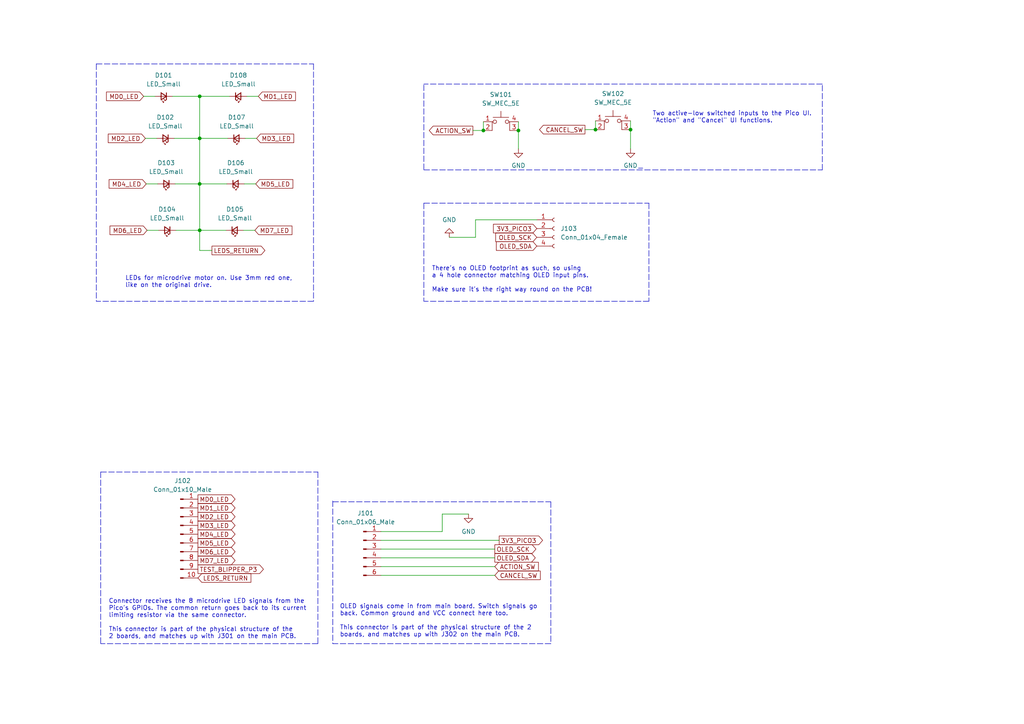
<source format=kicad_sch>
(kicad_sch (version 20211123) (generator eeschema)
  (paper "A4")
  (title_block (title "User Interface Daughterboard") (date "2023-06-19") (rev "v1.0WIP"))
  (lib_symbols
    (symbol "Connector:Conn_01x04_Female" (pin_names (offset 1.016) hide)
      (property "Reference" "J" (at 0 5.08 0))
      (property "Value" "Conn_01x04_Female" (at 0 -7.62 0))
      (symbol "Conn_01x04_Female_1_1"
        (arc (start 0 -4.572) (mid -0.508 -5.08) (end 0 -5.588) (stroke (width 0.1524)))
        (arc (start 0 -2.032) (mid -0.508 -2.54) (end 0 -3.048) (stroke (width 0.1524)))
        (polyline (pts (xy -1.27 -5.08) (xy -0.508 -5.08)) (stroke (width 0.1524)))
        (polyline (pts (xy -1.27 -2.54) (xy -0.508 -2.54)) (stroke (width 0.1524)))
        (polyline (pts (xy -1.27 0) (xy -0.508 0)) (stroke (width 0.1524)))
        (polyline (pts (xy -1.27 2.54) (xy -0.508 2.54)) (stroke (width 0.1524)))
        (arc (start 0 0.508) (mid -0.508 0) (end 0 -0.508) (stroke (width 0.1524)))
        (arc (start 0 3.048) (mid -0.508 2.54) (end 0 2.032) (stroke (width 0.1524)))
        (pin passive line (at -5.08 2.54 0) (length 3.81) (name "Pin_1") (number "1"))
        (pin passive line (at -5.08 0 0) (length 3.81) (name "Pin_2") (number "2"))
        (pin passive line (at -5.08 -2.54 0) (length 3.81) (name "Pin_3") (number "3"))
        (pin passive line (at -5.08 -5.08 0) (length 3.81) (name "Pin_4") (number "4"))
      )
    )
    (symbol "Connector:Conn_01x06_Male" (pin_names (offset 1.016) hide)
      (property "Reference" "J" (at 0 7.62 0))
      (property "Value" "Conn_01x06_Male" (at 0 -10.16 0))
      (symbol "Conn_01x06_Male_1_1"
        (polyline (pts (xy 1.27 -7.62) (xy 0.8636 -7.62)) (stroke (width 0.1524)))
        (polyline (pts (xy 1.27 -5.08) (xy 0.8636 -5.08)) (stroke (width 0.1524)))
        (polyline (pts (xy 1.27 -2.54) (xy 0.8636 -2.54)) (stroke (width 0.1524)))
        (polyline (pts (xy 1.27 0) (xy 0.8636 0)) (stroke (width 0.1524)))
        (polyline (pts (xy 1.27 2.54) (xy 0.8636 2.54)) (stroke (width 0.1524)))
        (polyline (pts (xy 1.27 5.08) (xy 0.8636 5.08)) (stroke (width 0.1524)))
        (rectangle (start 0.8636 -7.493) (end 0 -7.747) (stroke (width 0.1524)) (fill (type outline)))
        (rectangle (start 0.8636 -4.953) (end 0 -5.207) (stroke (width 0.1524)) (fill (type outline)))
        (rectangle (start 0.8636 -2.413) (end 0 -2.667) (stroke (width 0.1524)) (fill (type outline)))
        (rectangle (start 0.8636 0.127) (end 0 -0.127) (stroke (width 0.1524)) (fill (type outline)))
        (rectangle (start 0.8636 2.667) (end 0 2.413) (stroke (width 0.1524)) (fill (type outline)))
        (rectangle (start 0.8636 5.207) (end 0 4.953) (stroke (width 0.1524)) (fill (type outline)))
        (pin passive line (at 5.08 5.08 180) (length 3.81) (name "Pin_1") (number "1"))
        (pin passive line (at 5.08 2.54 180) (length 3.81) (name "Pin_2") (number "2"))
        (pin passive line (at 5.08 0 180) (length 3.81) (name "Pin_3") (number "3"))
        (pin passive line (at 5.08 -2.54 180) (length 3.81) (name "Pin_4") (number "4"))
        (pin passive line (at 5.08 -5.08 180) (length 3.81) (name "Pin_5") (number "5"))
        (pin passive line (at 5.08 -7.62 180) (length 3.81) (name "Pin_6") (number "6"))
      )
    )
    (symbol "Connector:Conn_01x10_Male" (pin_names (offset 1.016) hide)
      (property "Reference" "J" (at 0 12.7 0))
      (property "Value" "Conn_01x10_Male" (at 0 -15.24 0))
      (symbol "Conn_01x10_Male_1_1"
        (polyline (pts (xy 1.27 -12.7) (xy 0.8636 -12.7)) (stroke (width 0.1524)))
        (polyline (pts (xy 1.27 -10.16) (xy 0.8636 -10.16)) (stroke (width 0.1524)))
        (polyline (pts (xy 1.27 -7.62) (xy 0.8636 -7.62)) (stroke (width 0.1524)))
        (polyline (pts (xy 1.27 -5.08) (xy 0.8636 -5.08)) (stroke (width 0.1524)))
        (polyline (pts (xy 1.27 -2.54) (xy 0.8636 -2.54)) (stroke (width 0.1524)))
        (polyline (pts (xy 1.27 0) (xy 0.8636 0)) (stroke (width 0.1524)))
        (polyline (pts (xy 1.27 2.54) (xy 0.8636 2.54)) (stroke (width 0.1524)))
        (polyline (pts (xy 1.27 5.08) (xy 0.8636 5.08)) (stroke (width 0.1524)))
        (polyline (pts (xy 1.27 7.62) (xy 0.8636 7.62)) (stroke (width 0.1524)))
        (polyline (pts (xy 1.27 10.16) (xy 0.8636 10.16)) (stroke (width 0.1524)))
        (rectangle (start 0.8636 -12.573) (end 0 -12.827) (stroke (width 0.1524)) (fill (type outline)))
        (rectangle (start 0.8636 -10.033) (end 0 -10.287) (stroke (width 0.1524)) (fill (type outline)))
        (rectangle (start 0.8636 -7.493) (end 0 -7.747) (stroke (width 0.1524)) (fill (type outline)))
        (rectangle (start 0.8636 -4.953) (end 0 -5.207) (stroke (width 0.1524)) (fill (type outline)))
        (rectangle (start 0.8636 -2.413) (end 0 -2.667) (stroke (width 0.1524)) (fill (type outline)))
        (rectangle (start 0.8636 0.127) (end 0 -0.127) (stroke (width 0.1524)) (fill (type outline)))
        (rectangle (start 0.8636 2.667) (end 0 2.413) (stroke (width 0.1524)) (fill (type outline)))
        (rectangle (start 0.8636 5.207) (end 0 4.953) (stroke (width 0.1524)) (fill (type outline)))
        (rectangle (start 0.8636 7.747) (end 0 7.493) (stroke (width 0.1524)) (fill (type outline)))
        (rectangle (start 0.8636 10.287) (end 0 10.033) (stroke (width 0.1524)) (fill (type outline)))
        (pin passive line (at 5.08 10.16 180) (length 3.81) (name "Pin_1") (number "1"))
        (pin passive line (at 5.08 -12.7 180) (length 3.81) (name "Pin_10") (number "10"))
        (pin passive line (at 5.08 7.62 180) (length 3.81) (name "Pin_2") (number "2"))
        (pin passive line (at 5.08 5.08 180) (length 3.81) (name "Pin_3") (number "3"))
        (pin passive line (at 5.08 2.54 180) (length 3.81) (name "Pin_4") (number "4"))
        (pin passive line (at 5.08 0 180) (length 3.81) (name "Pin_5") (number "5"))
        (pin passive line (at 5.08 -2.54 180) (length 3.81) (name "Pin_6") (number "6"))
        (pin passive line (at 5.08 -5.08 180) (length 3.81) (name "Pin_7") (number "7"))
        (pin passive line (at 5.08 -7.62 180) (length 3.81) (name "Pin_8") (number "8"))
        (pin passive line (at 5.08 -10.16 180) (length 3.81) (name "Pin_9") (number "9"))
      )
    )
    (symbol "Device:LED_Small" (pin_numbers hide) (pin_names (offset 0.254) hide)
      (property "Reference" "D" (at -1.27 3.175 0))
      (property "Value" "LED_Small" (at -4.445 -2.54 0))
      (symbol "LED_Small_0_1"
        (polyline (pts (xy -0.762 -1.016) (xy -0.762 1.016)) (stroke (width 0.254)))
        (polyline (pts (xy 1.016 0) (xy -0.762 0)))
        (polyline (pts (xy 0.762 -1.016) (xy -0.762 0) (xy 0.762 1.016) (xy 0.762 -1.016)) (stroke (width 0.254)))
        (polyline (pts (xy 0 0.762) (xy -0.508 1.27) (xy -0.254 1.27) (xy -0.508 1.27) (xy -0.508 1.016)))
        (polyline (pts (xy 0.508 1.27) (xy 0 1.778) (xy 0.254 1.778) (xy 0 1.778) (xy 0 1.524)))
      )
      (symbol "LED_Small_1_1"
        (pin passive line (at -2.54 0 0) (length 1.778) (name "K") (number "1"))
        (pin passive line (at 2.54 0 180) (length 1.778) (name "A") (number "2"))
      )
    )
    (symbol "Switch:SW_MEC_5E" (pin_names (offset 1.016) hide)
      (property "Reference" "SW" (at 0.635 5.715 0))
      (property "Value" "SW_MEC_5E" (at 0 -3.175 0))
      (symbol "SW_MEC_5E_0_1"
        (circle (center -1.778 2.54) (radius 0.508))
        (polyline (pts (xy -2.286 3.81) (xy 2.286 3.81)))
        (polyline (pts (xy 0 3.81) (xy 0 5.588)))
        (polyline (pts (xy -2.54 0) (xy -2.54 2.54) (xy -2.286 2.54)))
        (polyline (pts (xy 2.54 0) (xy 2.54 2.54) (xy 2.286 2.54)))
        (circle (center 1.778 2.54) (radius 0.508))
        (pin passive line (at -5.08 2.54 0) (length 2.54) (name "1") (number "1"))
        (pin passive line (at -5.08 0 0) (length 2.54) (name "2") (number "2"))
        (pin passive line (at 5.08 0 180) (length 2.54) (name "K") (number "3"))
        (pin passive line (at 5.08 2.54 180) (length 2.54) (name "A") (number "4"))
      )
    )
    (symbol "power:GND" (power) (pin_names (offset 0))
      (property "Value" "GND" (at 0 -3.81 0))
      (symbol "GND_0_1"
        (polyline (pts (xy 0 0) (xy 0 -1.27) (xy 1.27 -1.27) (xy 0 -2.54) (xy -1.27 -1.27) (xy 0 -1.27)))
      )
      (symbol "GND_1_1"
        (pin power_in line (at 0 0 270) (length 0) hide (name "GND") (number "1"))
      )
    )
  )
  (junction (at 150.368 37.846))
  (junction (at 57.912 53.34))
  (junction (at 140.208 37.846))
  (junction (at 57.912 27.94))
  (junction (at 57.912 40.132))
  (junction (at 182.88 37.592))
  (junction (at 172.72 37.592))
  (junction (at 57.912 66.802))
  (wire (pts (xy 57.912 40.132) (xy 66.04 40.132)))
  (wire (pts (xy 74.422 40.132) (xy 71.12 40.132)))
  (wire (pts (xy 50.546 40.132) (xy 57.912 40.132)))
  (polyline (pts (xy 238.506 49.276) (xy 238.506 24.384)))
  (wire (pts (xy 57.912 66.802) (xy 57.912 72.644)))
  (polyline (pts (xy 188.214 87.376) (xy 122.936 87.376)))
  (polyline (pts (xy 96.52 145.288) (xy 96.52 186.69)))
  (polyline (pts (xy 90.932 87.376) (xy 27.94 87.376)))
  (polyline (pts (xy 96.52 145.542) (xy 159.766 145.542)))
  (wire (pts (xy 172.72 35.052) (xy 172.72 37.592)))
  (polyline (pts (xy 122.936 58.928) (xy 188.214 58.928)))
  (wire (pts (xy 41.656 27.94) (xy 44.958 27.94)))
  (wire (pts (xy 140.208 35.306) (xy 140.208 37.846)))
  (polyline (pts (xy 188.214 58.928) (xy 188.214 87.376)))
  (wire (pts (xy 182.88 35.052) (xy 182.88 37.592)))
  (polyline (pts (xy 159.766 145.542) (xy 159.766 186.69)))
  (wire (pts (xy 110.49 164.338) (xy 143.51 164.338)))
  (wire (pts (xy 57.912 53.34) (xy 65.786 53.34)))
  (wire (pts (xy 110.49 166.878) (xy 143.51 166.878)))
  (polyline (pts (xy 122.936 24.638) (xy 122.936 49.276)))
  (polyline (pts (xy 29.21 136.906) (xy 92.202 136.906)))
  (polyline (pts (xy 92.202 186.69) (xy 29.21 186.69)))
  (polyline (pts (xy 92.202 136.906) (xy 92.202 186.69)))
  (polyline (pts (xy 238.506 24.384) (xy 122.936 24.384)))
  (wire (pts (xy 57.912 53.34) (xy 57.912 66.802)))
  (wire (pts (xy 42.672 66.802) (xy 45.974 66.802)))
  (wire (pts (xy 140.208 37.846) (xy 137.16 37.846)))
  (wire (pts (xy 73.914 66.802) (xy 70.612 66.802)))
  (wire (pts (xy 150.368 37.846) (xy 150.368 43.18)))
  (wire (pts (xy 110.49 156.718) (xy 144.78 156.718)))
  (wire (pts (xy 74.93 27.94) (xy 71.628 27.94)))
  (wire (pts (xy 110.49 161.798) (xy 143.51 161.798)))
  (wire (pts (xy 128.27 149.098) (xy 135.89 149.098)))
  (wire (pts (xy 182.88 37.592) (xy 182.88 43.18)))
  (wire (pts (xy 137.922 68.834) (xy 130.302 68.834)))
  (wire (pts (xy 50.038 27.94) (xy 57.912 27.94)))
  (wire (pts (xy 74.168 53.34) (xy 70.866 53.34)))
  (wire (pts (xy 50.8 53.34) (xy 57.912 53.34)))
  (wire (pts (xy 172.72 37.592) (xy 169.672 37.592)))
  (wire (pts (xy 42.164 40.132) (xy 45.466 40.132)))
  (polyline (pts (xy 27.94 18.542) (xy 90.932 18.542)))
  (wire (pts (xy 57.912 40.132) (xy 57.912 53.34)))
  (wire (pts (xy 57.912 27.94) (xy 57.912 40.132)))
  (wire (pts (xy 57.912 66.802) (xy 65.532 66.802)))
  (polyline (pts (xy 159.766 186.69) (xy 96.52 186.69)))
  (wire (pts (xy 137.922 63.754) (xy 137.922 68.834)))
  (polyline (pts (xy 27.94 18.542) (xy 27.94 87.376)))
  (wire (pts (xy 110.49 154.178) (xy 128.27 154.178)))
  (wire (pts (xy 57.912 27.94) (xy 66.548 27.94)))
  (polyline (pts (xy 185.166 48.768) (xy 186.436 48.768)))
  (wire (pts (xy 110.49 159.258) (xy 143.51 159.258)))
  (wire (pts (xy 51.054 66.802) (xy 57.912 66.802)))
  (wire (pts (xy 150.368 35.306) (xy 150.368 37.846)))
  (wire (pts (xy 57.912 72.644) (xy 61.468 72.644)))
  (polyline (pts (xy 29.21 136.906) (xy 29.21 186.69)))
  (polyline (pts (xy 122.936 49.276) (xy 238.506 49.276)))
  (wire (pts (xy 42.418 53.34) (xy 45.72 53.34)))
  (wire (pts (xy 155.702 63.754) (xy 137.922 63.754)))
  (polyline (pts (xy 90.932 18.542) (xy 90.932 87.376)))
  (polyline (pts (xy 122.936 58.928) (xy 122.936 87.376)))
  (wire (pts (xy 128.27 154.178) (xy 128.27 149.098)))
  (text "Connector receives the 8 microdrive LED signals from the\nPico's GPIOs. The common return goes back to its current\nlimiting resistor via the same connector.\n\nThis connector is part of the physical structure of the\n2 boards, and matches up with J301 on the main PCB." (at 31.496 185.42 0) (effects (font (size 1.27 1.27)) (justify left bottom)))
  (text "LEDs for microdrive motor on. Use 3mm red one,\nlike on the original drive." (at 36.322 83.566 0) (effects (font (size 1.27 1.27)) (justify left bottom)))
  (text "OLED signals come in from main board. Switch signals go\nback. Common ground and VCC connect here too.\n\nThis connector is part of the physical structure of the 2\nboards, and matches up with J302 on the main PCB." (at 98.552 184.912 0) (effects (font (size 1.27 1.27)) (justify left bottom)))
  (text "There's no OLED footprint as such, so using\na 4 hole connector matching OLED input pins.\n\nMake sure it's the right way round on the PCB!" (at 125.222 84.836 0) (effects (font (size 1.27 1.27)) (justify left bottom)))
  (text "Two active-low switched inputs to the Pico UI.\n\"Action\" and \"Cancel\" UI functions." (at 189.23 35.814 0) (effects (font (size 1.27 1.27)) (justify left bottom)))
  (global_label "LEDS_RETURN" (shape input) (at 57.404 167.64 0) (property "Intersheet References" "${INTERSHEET_REFS}" (effects hide)))
  (global_label "CANCEL_SW" (shape output) (at 169.672 37.592 180) (property "Intersheet References" "${INTERSHEET_REFS}" (effects hide)))
  (global_label "MD3_LED" (shape input) (at 74.422 40.132 0) (property "Intersheet References" "${INTERSHEET_REFS}" (effects hide)))
  (global_label "LEDS_RETURN" (shape output) (at 61.468 72.644 0) (property "Intersheet References" "${INTERSHEET_REFS}" (effects hide)))
  (global_label "MD5_LED" (shape input) (at 74.168 53.34 0) (property "Intersheet References" "${INTERSHEET_REFS}" (effects hide)))
  (global_label "OLED_SCK" (shape input) (at 155.702 68.834 180) (property "Intersheet References" "${INTERSHEET_REFS}" (effects hide)))
  (global_label "MD2_LED" (shape input) (at 42.164 40.132 180) (property "Intersheet References" "${INTERSHEET_REFS}" (effects hide)))
  (global_label "MD6_LED" (shape output) (at 57.404 160.02 0) (property "Intersheet References" "${INTERSHEET_REFS}" (effects hide)))
  (global_label "MD3_LED" (shape output) (at 57.404 152.4 0) (property "Intersheet References" "${INTERSHEET_REFS}" (effects hide)))
  (global_label "MD1_LED" (shape input) (at 74.93 27.94 0) (property "Intersheet References" "${INTERSHEET_REFS}" (effects hide)))
  (global_label "MD5_LED" (shape output) (at 57.404 157.48 0) (property "Intersheet References" "${INTERSHEET_REFS}" (effects hide)))
  (global_label "MD0_LED" (shape output) (at 57.404 144.78 0) (property "Intersheet References" "${INTERSHEET_REFS}" (effects hide)))
  (global_label "MD7_LED" (shape input) (at 73.914 66.802 0) (property "Intersheet References" "${INTERSHEET_REFS}" (effects hide)))
  (global_label "MD7_LED" (shape output) (at 57.404 162.56 0) (property "Intersheet References" "${INTERSHEET_REFS}" (effects hide)))
  (global_label "3V3_PICO3" (shape output) (at 144.78 156.718 0) (property "Intersheet References" "${INTERSHEET_REFS}" (effects hide)))
  (global_label "ACTION_SW" (shape output) (at 137.16 37.846 180) (property "Intersheet References" "${INTERSHEET_REFS}" (effects hide)))
  (global_label "TEST_BLIPPER_P3" (shape output) (at 57.404 165.1 0) (property "Intersheet References" "${INTERSHEET_REFS}" (effects hide)))
  (global_label "3V3_PICO3" (shape input) (at 155.702 66.294 180) (property "Intersheet References" "${INTERSHEET_REFS}" (effects hide)))
  (global_label "MD4_LED" (shape output) (at 57.404 154.94 0) (property "Intersheet References" "${INTERSHEET_REFS}" (effects hide)))
  (global_label "ACTION_SW" (shape input) (at 143.51 164.338 0) (property "Intersheet References" "${INTERSHEET_REFS}" (effects hide)))
  (global_label "OLED_SDA" (shape output) (at 143.51 161.798 0) (property "Intersheet References" "${INTERSHEET_REFS}" (effects hide)))
  (global_label "MD0_LED" (shape input) (at 41.656 27.94 180) (property "Intersheet References" "${INTERSHEET_REFS}" (effects hide)))
  (global_label "OLED_SCK" (shape output) (at 143.51 159.258 0) (property "Intersheet References" "${INTERSHEET_REFS}" (effects hide)))
  (global_label "MD6_LED" (shape input) (at 42.672 66.802 180) (property "Intersheet References" "${INTERSHEET_REFS}" (effects hide)))
  (global_label "MD4_LED" (shape input) (at 42.418 53.34 180) (property "Intersheet References" "${INTERSHEET_REFS}" (effects hide)))
  (global_label "OLED_SDA" (shape input) (at 155.702 71.374 180) (property "Intersheet References" "${INTERSHEET_REFS}" (effects hide)))
  (global_label "MD1_LED" (shape output) (at 57.404 147.32 0) (property "Intersheet References" "${INTERSHEET_REFS}" (effects hide)))
  (global_label "MD2_LED" (shape output) (at 57.404 149.86 0) (property "Intersheet References" "${INTERSHEET_REFS}" (effects hide)))
  (global_label "CANCEL_SW" (shape input) (at 143.51 166.878 0) (property "Intersheet References" "${INTERSHEET_REFS}" (effects hide)))
  (symbol (lib_id "Connector:Conn_01x10_Male") (at 52.324 154.94 0) (unit 1)
    (property "Reference" "J102" (at 52.959 139.446 0))
    (property "Value" "Conn_01x10_Male" (at 52.959 141.986 0))
  )
  (symbol (lib_id "Device:LED_Small") (at 68.326 53.34 0) (mirror x) (unit 1)
    (property "Reference" "D106" (at 68.3895 47.244 0))
    (property "Value" "LED_Small" (at 68.3895 49.784 0))
    (property "Footprint" "LED_THT:LED_D3.0mm" (effects hide))
  )
  (symbol (lib_id "Connector:Conn_01x04_Female") (at 160.782 66.294 0) (unit 1)
    (property "Reference" "J103" (at 162.56 66.2939 0) (effects (justify left)))
    (property "Value" "Conn_01x04_Female" (at 162.56 68.8339 0) (effects (justify left)))
  )
  (symbol (lib_id "Device:LED_Small") (at 48.006 40.132 180) (unit 1)
    (property "Reference" "D102" (at 47.9425 34.036 0))
    (property "Value" "LED_Small" (at 47.9425 36.576 0))
    (property "Footprint" "LED_THT:LED_D3.0mm" (effects hide))
  )
  (symbol (lib_id "power:GND") (at 182.88 43.18 0) (unit 1)
    (property "Reference" "#PWR0103" (effects hide))
    (property "Value" "GND" (at 182.88 48.006 0))
  )
  (symbol (lib_id "Device:LED_Small") (at 68.58 40.132 0) (mirror x) (unit 1)
    (property "Reference" "D107" (at 68.6435 34.036 0))
    (property "Value" "LED_Small" (at 68.6435 36.576 0))
    (property "Footprint" "LED_THT:LED_D3.0mm" (effects hide))
  )
  (symbol (lib_id "Device:LED_Small") (at 48.514 66.802 180) (unit 1)
    (property "Reference" "D104" (at 48.4505 60.706 0))
    (property "Value" "LED_Small" (at 48.4505 63.246 0))
    (property "Footprint" "LED_THT:LED_D3.0mm" (effects hide))
  )
  (symbol (lib_id "Device:LED_Small") (at 69.088 27.94 0) (mirror x) (unit 1)
    (property "Reference" "D108" (at 69.1515 21.844 0))
    (property "Value" "LED_Small" (at 69.1515 24.384 0))
    (property "Footprint" "LED_THT:LED_D3.0mm" (effects hide))
  )
  (symbol (lib_id "Switch:SW_MEC_5E") (at 145.288 37.846 0) (unit 1)
    (property "Reference" "SW101" (at 145.288 27.432 0))
    (property "Value" "SW_MEC_5E" (at 145.288 29.972 0))
    (property "Footprint" "Button_Switch_THT:SW_PUSH_6mm_H4.3mm" (effects hide))
    (property "Datasheet" "http://www.apem.com/int/index.php?controller=attachment&id_attachment=1371" (effects hide))
  )
  (symbol (lib_id "Device:LED_Small") (at 68.072 66.802 0) (mirror x) (unit 1)
    (property "Reference" "D105" (at 68.1355 60.706 0))
    (property "Value" "LED_Small" (at 68.1355 63.246 0))
    (property "Footprint" "LED_THT:LED_D3.0mm" (effects hide))
  )
  (symbol (lib_id "power:GND") (at 130.302 68.834 180) (unit 1)
    (property "Reference" "#PWR0101" (effects hide))
    (property "Value" "GND" (at 130.302 63.754 0))
  )
  (symbol (lib_id "Connector:Conn_01x06_Male") (at 105.41 159.258 0) (unit 1)
    (property "Reference" "J101" (at 106.045 148.844 0))
    (property "Value" "Conn_01x06_Male" (at 106.045 151.384 0))
  )
  (symbol (lib_id "Device:LED_Small") (at 48.26 53.34 180) (unit 1)
    (property "Reference" "D103" (at 48.1965 47.244 0))
    (property "Value" "LED_Small" (at 48.1965 49.784 0))
    (property "Footprint" "LED_THT:LED_D3.0mm" (effects hide))
  )
  (symbol (lib_id "Device:LED_Small") (at 47.498 27.94 180) (unit 1)
    (property "Reference" "D101" (at 47.4345 21.844 0))
    (property "Value" "LED_Small" (at 47.4345 24.384 0))
    (property "Footprint" "LED_THT:LED_D3.0mm" (effects hide))
  )
  (symbol (lib_id "power:GND") (at 135.89 149.098 0) (unit 1)
    (property "Reference" "#PWR0104" (effects hide))
    (property "Value" "GND" (at 135.89 154.178 0))
  )
  (symbol (lib_id "Switch:SW_MEC_5E") (at 177.8 37.592 0) (unit 1)
    (property "Reference" "SW102" (at 177.8 27.178 0))
    (property "Value" "SW_MEC_5E" (at 177.8 29.718 0))
    (property "Footprint" "Button_Switch_THT:SW_PUSH_6mm_H4.3mm" (effects hide))
    (property "Datasheet" "http://www.apem.com/int/index.php?controller=attachment&id_attachment=1371" (effects hide))
  )
  (symbol (lib_id "power:GND") (at 150.368 43.18 0) (unit 1)
    (property "Reference" "#PWR0102" (effects hide))
    (property "Value" "GND" (at 150.368 48.006 0))
  )
)
</source>
